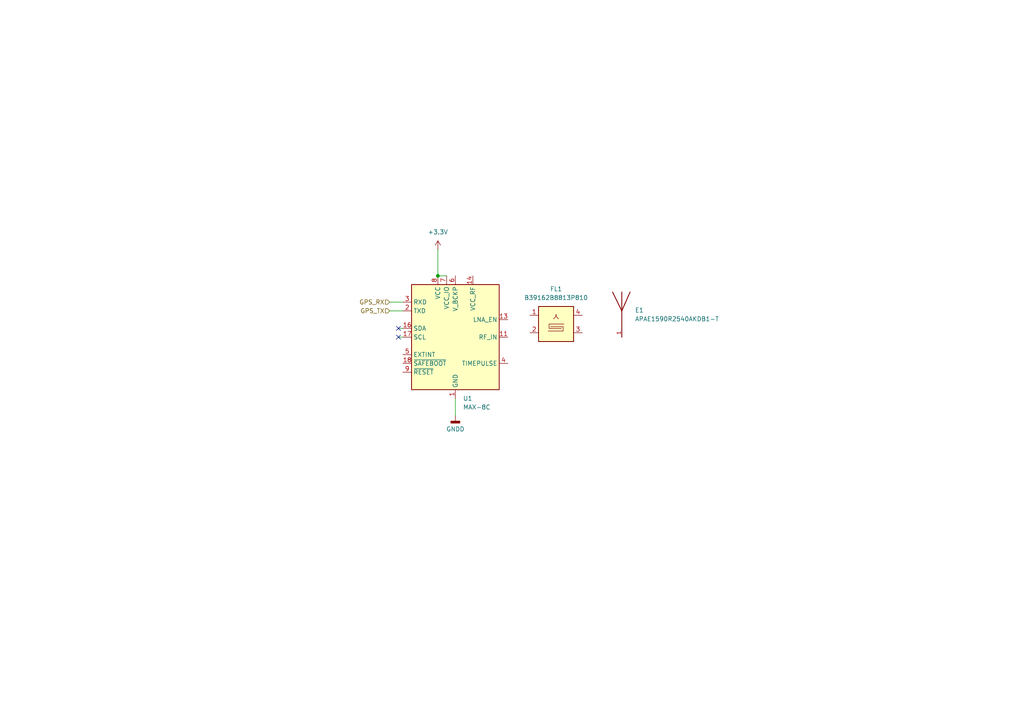
<source format=kicad_sch>
(kicad_sch (version 20231120) (generator "eeschema") (generator_version "8.0")
  (paper "A4")
  (lib_symbols
    (symbol "APAE1590R2540AKDB1-T:APAE1590R2540AKDB1-T" (pin_names (offset 1.016))
      (property "Reference" "E" (at 2.8004 5.8496 0))
      (property "Value" "APAE1590R2540AKDB1-T" (at 2.6732 3.813 0))
      (symbol "APAE1590R2540AKDB1-T_0_0"
        (polyline (pts (xy 0 2.54) (xy -2.667 8.001)) (stroke (width 0.254)))
        (polyline (pts (xy 0 2.54) (xy 0 -5.08)) (stroke (width 0.254)))
        (polyline (pts (xy 0 8.001) (xy 0 2.54)) (stroke (width 0.254)))
        (polyline (pts (xy 2.413 8.001) (xy 0 2.54)) (stroke (width 0.254)))
        (pin input line (at 0 -5.08 90) (length 2.54) (name "~") (number "1"))
      )
    )
    (symbol "Filter:B39162B8813P810" (pin_names (offset 1.016))
      (property "Reference" "FL" (at 2.54 -6.35 0))
      (property "Value" "B39162B8813P810" (at 0 6.35 0))
      (symbol "B39162B8813P810_0_1"
        (rectangle (start -5.08 5.08) (end 5.08 -5.08) (stroke (width 0.254)) (fill (type background)))
        (arc (start -0.762 1.524) (mid -0.1988 2.0511) (end 0 2.794))
        (polyline (pts (xy -1.524 -0.762) (xy -1.27 -0.762)))
        (polyline (pts (xy 1.524 -1.27) (xy -1.524 -1.27)))
        (polyline (pts (xy 1.524 -0.762) (xy -1.27 -0.762)))
        (polyline (pts (xy -1.524 -1.27) (xy -2.032 -1.27) (xy -2.032 0) (xy 2.286 0)))
        (polyline (pts (xy 1.524 -0.762) (xy 2.032 -0.762) (xy 2.032 -2.032) (xy -2.286 -2.032)))
        (arc (start 0 2.794) (mid 0.2065 2.0558) (end 0.762 1.524))
      )
      (symbol "B39162B8813P810_1_1"
        (pin passive line (at -7.62 2.54 0) (length 2.54) (name "~") (number "1"))
        (pin passive line (at -7.62 -2.54 0) (length 2.54) (name "~") (number "2"))
        (pin passive line (at 7.62 -2.54 180) (length 2.54) (name "~") (number "3"))
        (pin passive line (at 7.62 2.54 180) (length 2.54) (name "~") (number "4"))
        (pin passive line (at -7.62 -2.54 0) (length 2.54) hide (name "~") (number "5"))
      )
    )
    (symbol "RF_GPS:MAX-8C"
      (property "Reference" "U" (at -10.16 16.51 0))
      (property "Value" "MAX-8C" (at 11.43 16.51 0))
      (symbol "MAX-8C_0_1"
        (rectangle (start 12.7 15.24) (end -12.7 -15.24) (stroke (width 0.254)) (fill (type background)))
      )
      (symbol "MAX-8C_1_1"
        (pin power_in line (at 0 -17.78 90) (length 2.54) (name "GND") (number "1"))
        (pin passive line (at 0 -17.78 90) (length 2.54) hide (name "GND") (number "10"))
        (pin input line (at 15.24 0 180) (length 2.54) (name "RF_IN") (number "11"))
        (pin passive line (at 0 -17.78 90) (length 2.54) hide (name "GND") (number "12"))
        (pin output line (at 15.24 5.08 180) (length 2.54) (name "LNA_EN") (number "13"))
        (pin power_out line (at 5.08 17.78 270) (length 2.54) (name "VCC_RF") (number "14"))
        (pin no_connect line (at 12.7 -5.08 180) (length 2.54) hide (name "Reserved") (number "15"))
        (pin bidirectional line (at -15.24 2.54 0) (length 2.54) (name "SDA") (number "16"))
        (pin input line (at -15.24 0 0) (length 2.54) (name "SCL") (number "17"))
        (pin input line (at -15.24 -7.62 0) (length 2.54) (name "~{SAFEBOOT}") (number "18"))
        (pin output line (at -15.24 7.62 0) (length 2.54) (name "TXD") (number "2"))
        (pin input line (at -15.24 10.16 0) (length 2.54) (name "RXD") (number "3"))
        (pin output line (at 15.24 -7.62 180) (length 2.54) (name "TIMEPULSE") (number "4"))
        (pin input line (at -15.24 -5.08 0) (length 2.54) (name "EXTINT") (number "5"))
        (pin power_in line (at 0 17.78 270) (length 2.54) (name "V_BCKP") (number "6"))
        (pin power_in line (at -2.54 17.78 270) (length 2.54) (name "VCC_IO") (number "7"))
        (pin power_in line (at -5.08 17.78 270) (length 2.54) (name "VCC") (number "8"))
        (pin input line (at -15.24 -10.16 0) (length 2.54) (name "~{RESET}") (number "9"))
      )
    )
    (symbol "power:+3.3V" (power) (pin_numbers hide) (pin_names (offset 0) hide)
      (property "Value" "+3.3V" (at 0 3.556 0))
      (symbol "+3.3V_0_1"
        (polyline (pts (xy -0.762 1.27) (xy 0 2.54)))
        (polyline (pts (xy 0 0) (xy 0 2.54)))
        (polyline (pts (xy 0 2.54) (xy 0.762 1.27)))
      )
      (symbol "+3.3V_1_1"
        (pin power_in line (at 0 0 90) (length 0) (name "~") (number "1"))
      )
    )
    (symbol "power:GNDD" (power) (pin_numbers hide) (pin_names (offset 0) hide)
      (property "Value" "GNDD" (at 0 -3.175 0))
      (symbol "GNDD_0_1"
        (rectangle (start -1.27 -1.524) (end 1.27 -2.032) (stroke (width 0.254)) (fill (type outline)))
        (polyline (pts (xy 0 0) (xy 0 -1.524)))
      )
      (symbol "GNDD_1_1"
        (pin power_in line (at 0 0 270) (length 0) (name "~") (number "1"))
      )
    )
  )
  (junction (at 127 80.01))
  (no_connect (at 115.57 95.25))
  (no_connect (at 115.57 97.79))
  (wire (pts (xy 132.08 120.65) (xy 132.08 115.57)))
  (wire (pts (xy 127 80.01) (xy 129.54 80.01)))
  (wire (pts (xy 115.57 95.25) (xy 116.84 95.25)))
  (wire (pts (xy 113.03 87.63) (xy 116.84 87.63)))
  (wire (pts (xy 127 72.39) (xy 127 80.01)))
  (wire (pts (xy 115.57 97.79) (xy 116.84 97.79)))
  (wire (pts (xy 113.03 90.17) (xy 116.84 90.17)))
  (hierarchical_label "GPS_RX" (shape input) (at 113.03 87.63 180))
  (hierarchical_label "GPS_TX" (shape input) (at 113.03 90.17 180))
  (symbol (lib_id "power:GNDD") (at 132.08 120.65 0) (unit 1)
    (property "Reference" "#PWR02" (effects (hide yes)))
    (property "Value" "GNDD" (at 132.08 124.46 0))
    (property "Description" "Power symbol creates a global label with name \"GNDD\" , digital ground" (effects (hide yes)))
  )
  (symbol (lib_id "Filter:B39162B8813P810") (at 161.29 93.98 0) (unit 1)
    (property "Reference" "FL1" (at 161.29 83.82 0))
    (property "Value" "B39162B8813P810" (at 161.29 86.36 0))
    (property "Footprint" "Filter:Filter_1109-5_1.1x0.9mm" (effects (hide yes)))
    (property "Datasheet" "https://product.tdk.com/search-template/en/documents/data_sheet/40/ds/mc/B9482.pdf" (effects (hide yes)))
    (property "Description" "1582.47MHz SAW filter, SMD 1109" (effects (hide yes)))
  )
  (symbol (lib_id "power:+3.3V") (at 127 72.39 0) (unit 1)
    (property "Reference" "#PWR01" (effects (hide yes)))
    (property "Value" "+3.3V" (at 127 67.31 0))
    (property "Description" "Power symbol creates a global label with name \"+3.3V\"" (effects (hide yes)))
  )
  (symbol (lib_id "APAE1590R2540AKDB1-T:APAE1590R2540AKDB1-T") (at 180.34 92.71 0) (unit 1)
    (property "Reference" "E1" (at 184.15 89.9794 0) (effects (justify left)))
    (property "Value" "APAE1590R2540AKDB1-T" (at 184.15 92.5194 0) (effects (justify left)))
    (property "Footprint" "APAE1590R2540AKDB1_T:XDCR_APAE1590R2540AKDB1-T" (effects (hide yes)))
    (property "PARTREV" "-" (effects (hide yes)))
    (property "SNAPEDA_PN" "APAE1590R2540AKDB1-T" (effects (hide yes)))
    (property "STANDARD" "IPC-7351B" (effects (hide yes)))
    (property "MAXIMUM_PACKAGE_HEIGHT" "4.7mm" (effects (hide yes)))
    (property "MANUFACTURER" "Abracon" (effects (hide yes)))
  )
  (symbol (lib_id "RF_GPS:MAX-8C") (at 132.08 97.79 0) (unit 1)
    (property "Reference" "U1" (at 134.2741 115.57 0) (effects (justify left)))
    (property "Value" "MAX-8C" (at 134.2741 118.11 0) (effects (justify left)))
    (property "Footprint" "RF_GPS:ublox_MAX" (effects (hide yes)))
    (property "Datasheet" "https://www.u-blox.com/sites/default/files/MAX-8_DataSheet_%28UBX-16000093%29.pdf" (effects (hide yes)))
    (property "Description" "GNSS Module MAX M8, VCC 1.65V to 3.6V" (effects (hide yes)))
  )
)
</source>
